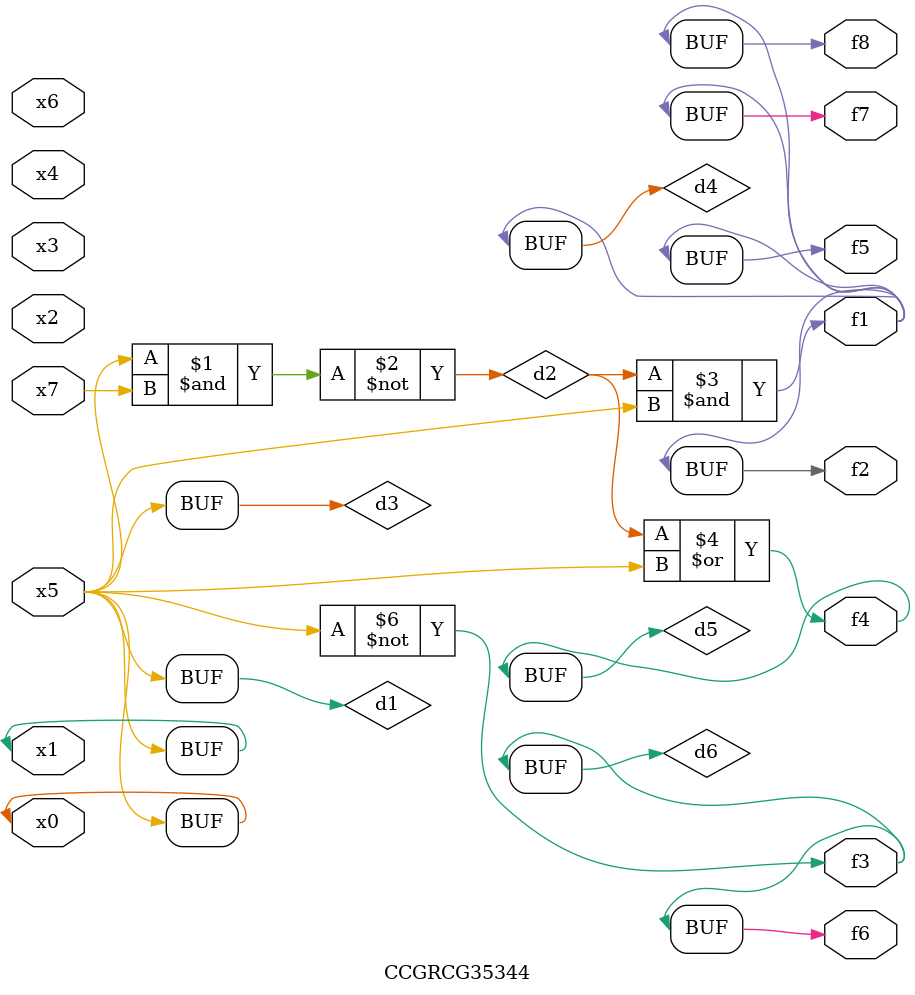
<source format=v>
module CCGRCG35344(
	input x0, x1, x2, x3, x4, x5, x6, x7,
	output f1, f2, f3, f4, f5, f6, f7, f8
);

	wire d1, d2, d3, d4, d5, d6;

	buf (d1, x0, x5);
	nand (d2, x5, x7);
	buf (d3, x0, x1);
	and (d4, d2, d3);
	or (d5, d2, d3);
	nor (d6, d1, d3);
	assign f1 = d4;
	assign f2 = d4;
	assign f3 = d6;
	assign f4 = d5;
	assign f5 = d4;
	assign f6 = d6;
	assign f7 = d4;
	assign f8 = d4;
endmodule

</source>
